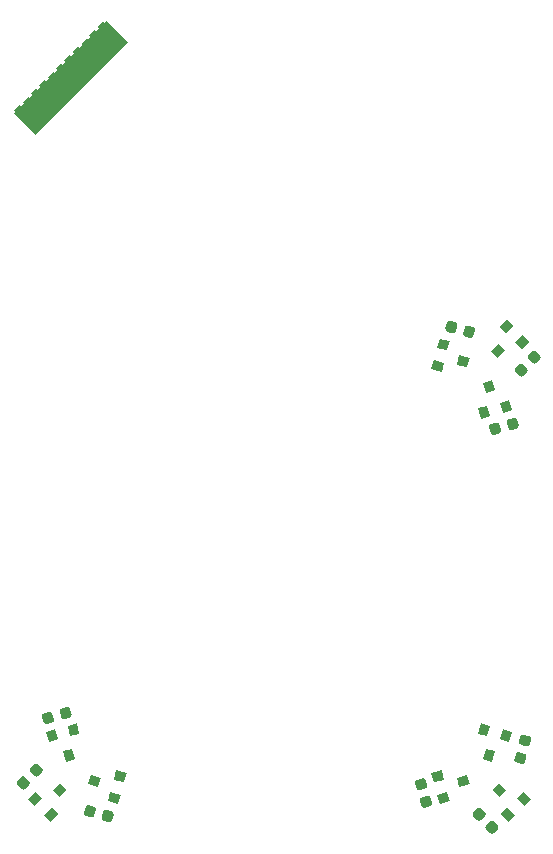
<source format=gbr>
%TF.GenerationSoftware,KiCad,Pcbnew,(5.1.10-1-10_14)*%
%TF.CreationDate,2021-10-31T06:09:43-07:00*%
%TF.ProjectId,o6DOFc_flex_pcb,6f36444f-4663-45f6-966c-65785f706362,rev?*%
%TF.SameCoordinates,Original*%
%TF.FileFunction,Soldermask,Top*%
%TF.FilePolarity,Negative*%
%FSLAX46Y46*%
G04 Gerber Fmt 4.6, Leading zero omitted, Abs format (unit mm)*
G04 Created by KiCad (PCBNEW (5.1.10-1-10_14)) date 2021-10-31 06:09:43*
%MOMM*%
%LPD*%
G01*
G04 APERTURE LIST*
%ADD10C,0.100000*%
G04 APERTURE END LIST*
D10*
%TO.C,U10*%
G36*
X60103805Y-37456981D02*
G01*
X67881980Y-29678806D01*
X69649747Y-31446573D01*
X61871572Y-39224748D01*
X60103805Y-37456981D01*
G37*
X60103805Y-37456981D02*
X67881980Y-29678806D01*
X69649747Y-31446573D01*
X61871572Y-39224748D01*
X60103805Y-37456981D01*
%TD*%
%TO.C,U10*%
G36*
X67676919Y-29721232D02*
G01*
X69253767Y-31298080D01*
X68794147Y-31757700D01*
X67217299Y-30180852D01*
X67676919Y-29721232D01*
G37*
G36*
X66969813Y-30428339D02*
G01*
X68546661Y-32005187D01*
X68087041Y-32464807D01*
X66510193Y-30887959D01*
X66969813Y-30428339D01*
G37*
G36*
X66262706Y-31135446D02*
G01*
X67839554Y-32712294D01*
X67379934Y-33171914D01*
X65803086Y-31595066D01*
X66262706Y-31135446D01*
G37*
G36*
X65555599Y-31842553D02*
G01*
X67132447Y-33419401D01*
X66672827Y-33879021D01*
X65095979Y-32302173D01*
X65555599Y-31842553D01*
G37*
G36*
X64848492Y-32549659D02*
G01*
X66425340Y-34126507D01*
X65965720Y-34586127D01*
X64388872Y-33009279D01*
X64848492Y-32549659D01*
G37*
G36*
X64141386Y-33256766D02*
G01*
X65718234Y-34833614D01*
X65258614Y-35293234D01*
X63681766Y-33716386D01*
X64141386Y-33256766D01*
G37*
G36*
X63434279Y-33963873D02*
G01*
X65011127Y-35540721D01*
X64551507Y-36000341D01*
X62974659Y-34423493D01*
X63434279Y-33963873D01*
G37*
G36*
X62727172Y-34670980D02*
G01*
X64304020Y-36247828D01*
X63844400Y-36707448D01*
X62267552Y-35130600D01*
X62727172Y-34670980D01*
G37*
G36*
X62020065Y-35378086D02*
G01*
X63596913Y-36954934D01*
X63137293Y-37414554D01*
X61560445Y-35837706D01*
X62020065Y-35378086D01*
G37*
G36*
X61312958Y-36085193D02*
G01*
X62889806Y-37662041D01*
X62430186Y-38121661D01*
X60853338Y-36544813D01*
X61312958Y-36085193D01*
G37*
G36*
X60605852Y-36792300D02*
G01*
X62182700Y-38369148D01*
X61723080Y-38828768D01*
X60146232Y-37251920D01*
X60605852Y-36792300D01*
G37*
%TD*%
%TO.C,U9*%
G36*
X67472268Y-93771279D02*
G01*
X67265213Y-94544020D01*
X66395880Y-94311083D01*
X66602935Y-93538342D01*
X67472268Y-93771279D01*
G37*
G36*
X69649998Y-93371288D02*
G01*
X69442943Y-94144029D01*
X68573610Y-93911092D01*
X68780665Y-93138351D01*
X69649998Y-93371288D01*
G37*
G36*
X69158242Y-95206547D02*
G01*
X68951187Y-95979288D01*
X68081854Y-95746351D01*
X68288909Y-94973610D01*
X69158242Y-95206547D01*
G37*
%TD*%
%TO.C,U8*%
G36*
X64255980Y-91534787D02*
G01*
X65028721Y-91327732D01*
X65261658Y-92197065D01*
X64488917Y-92404120D01*
X64255980Y-91534787D01*
G37*
G36*
X62820712Y-89848813D02*
G01*
X63593453Y-89641758D01*
X63826390Y-90511091D01*
X63053649Y-90718146D01*
X62820712Y-89848813D01*
G37*
G36*
X64655971Y-89357057D02*
G01*
X65428712Y-89150002D01*
X65661649Y-90019335D01*
X64888908Y-90226390D01*
X64655971Y-89357057D01*
G37*
%TD*%
%TO.C,U7*%
G36*
X63971752Y-95393934D02*
G01*
X63406066Y-94828248D01*
X64042462Y-94191852D01*
X64608148Y-94757538D01*
X63971752Y-95393934D01*
G37*
G36*
X63229290Y-97479899D02*
G01*
X62663604Y-96914213D01*
X63300000Y-96277817D01*
X63865686Y-96843503D01*
X63229290Y-97479899D01*
G37*
G36*
X61885787Y-96136396D02*
G01*
X61320101Y-95570710D01*
X61956497Y-94934314D01*
X62522183Y-95500000D01*
X61885787Y-96136396D01*
G37*
%TD*%
%TO.C,U6*%
G36*
X100071279Y-91327732D02*
G01*
X100844020Y-91534787D01*
X100611083Y-92404120D01*
X99838342Y-92197065D01*
X100071279Y-91327732D01*
G37*
G36*
X99671288Y-89150002D02*
G01*
X100444029Y-89357057D01*
X100211092Y-90226390D01*
X99438351Y-90019335D01*
X99671288Y-89150002D01*
G37*
G36*
X101506547Y-89641758D02*
G01*
X102279288Y-89848813D01*
X102046351Y-90718146D01*
X101273610Y-90511091D01*
X101506547Y-89641758D01*
G37*
%TD*%
%TO.C,U5*%
G36*
X97834787Y-94544020D02*
G01*
X97627732Y-93771279D01*
X98497065Y-93538342D01*
X98704120Y-94311083D01*
X97834787Y-94544020D01*
G37*
G36*
X96148813Y-95979288D02*
G01*
X95941758Y-95206547D01*
X96811091Y-94973610D01*
X97018146Y-95746351D01*
X96148813Y-95979288D01*
G37*
G36*
X95657057Y-94144029D02*
G01*
X95450002Y-93371288D01*
X96319335Y-93138351D01*
X96526390Y-93911092D01*
X95657057Y-94144029D01*
G37*
%TD*%
%TO.C,U4*%
G36*
X101793934Y-94828248D02*
G01*
X101228248Y-95393934D01*
X100591852Y-94757538D01*
X101157538Y-94191852D01*
X101793934Y-94828248D01*
G37*
G36*
X103879899Y-95570710D02*
G01*
X103314213Y-96136396D01*
X102677817Y-95500000D01*
X103243503Y-94934314D01*
X103879899Y-95570710D01*
G37*
G36*
X102536396Y-96914213D02*
G01*
X101970710Y-97479899D01*
X101334314Y-96843503D01*
X101900000Y-96277817D01*
X102536396Y-96914213D01*
G37*
%TD*%
%TO.C,U3*%
G36*
X97627732Y-58778721D02*
G01*
X97834787Y-58005980D01*
X98704120Y-58238917D01*
X98497065Y-59011658D01*
X97627732Y-58778721D01*
G37*
G36*
X95450002Y-59178712D02*
G01*
X95657057Y-58405971D01*
X96526390Y-58638908D01*
X96319335Y-59411649D01*
X95450002Y-59178712D01*
G37*
G36*
X95941758Y-57343453D02*
G01*
X96148813Y-56570712D01*
X97018146Y-56803649D01*
X96811091Y-57576390D01*
X95941758Y-57343453D01*
G37*
%TD*%
%TO.C,U2*%
G36*
X100844020Y-60965213D02*
G01*
X100071279Y-61172268D01*
X99838342Y-60302935D01*
X100611083Y-60095880D01*
X100844020Y-60965213D01*
G37*
G36*
X102279288Y-62651187D02*
G01*
X101506547Y-62858242D01*
X101273610Y-61988909D01*
X102046351Y-61781854D01*
X102279288Y-62651187D01*
G37*
G36*
X100444029Y-63142943D02*
G01*
X99671288Y-63349998D01*
X99438351Y-62480665D01*
X100211092Y-62273610D01*
X100444029Y-63142943D01*
G37*
%TD*%
%TO.C,U1*%
G36*
X101128248Y-57006066D02*
G01*
X101693934Y-57571752D01*
X101057538Y-58208148D01*
X100491852Y-57642462D01*
X101128248Y-57006066D01*
G37*
G36*
X101870710Y-54920101D02*
G01*
X102436396Y-55485787D01*
X101800000Y-56122183D01*
X101234314Y-55556497D01*
X101870710Y-54920101D01*
G37*
G36*
X103214213Y-56263604D02*
G01*
X103779899Y-56829290D01*
X103143503Y-57465686D01*
X102577817Y-56900000D01*
X103214213Y-56263604D01*
G37*
%TD*%
%TO.C,C9*%
G36*
G01*
X67050778Y-96474402D02*
X66921369Y-96957365D01*
G75*
G02*
X66645802Y-97116464I-217333J58234D01*
G01*
X66211135Y-96999995D01*
G75*
G02*
X66052036Y-96724428I58234J217333D01*
G01*
X66181445Y-96241465D01*
G75*
G02*
X66457012Y-96082366I217333J-58234D01*
G01*
X66891679Y-96198835D01*
G75*
G02*
X67050778Y-96474402I-58234J-217333D01*
G01*
G37*
G36*
G01*
X68547964Y-96875572D02*
X68418555Y-97358535D01*
G75*
G02*
X68142988Y-97517634I-217333J58234D01*
G01*
X67708321Y-97401165D01*
G75*
G02*
X67549222Y-97125598I58234J217333D01*
G01*
X67678631Y-96642635D01*
G75*
G02*
X67954198Y-96483536I217333J-58234D01*
G01*
X68388865Y-96600005D01*
G75*
G02*
X68547964Y-96875572I-58234J-217333D01*
G01*
G37*
%TD*%
%TO.C,C8*%
G36*
G01*
X63372776Y-88343220D02*
X63502185Y-88826183D01*
G75*
G02*
X63343086Y-89101750I-217333J-58234D01*
G01*
X62908419Y-89218219D01*
G75*
G02*
X62632852Y-89059120I-58234J217333D01*
G01*
X62503443Y-88576157D01*
G75*
G02*
X62662542Y-88300590I217333J58234D01*
G01*
X63097209Y-88184121D01*
G75*
G02*
X63372776Y-88343220I58234J-217333D01*
G01*
G37*
G36*
G01*
X64869962Y-87942050D02*
X64999371Y-88425013D01*
G75*
G02*
X64840272Y-88700580I-217333J-58234D01*
G01*
X64405605Y-88817049D01*
G75*
G02*
X64130038Y-88657950I-58234J217333D01*
G01*
X64000629Y-88174987D01*
G75*
G02*
X64159728Y-87899420I217333J58234D01*
G01*
X64594395Y-87782951D01*
G75*
G02*
X64869962Y-87942050I58234J-217333D01*
G01*
G37*
%TD*%
%TO.C,C7*%
G36*
G01*
X61858579Y-93594975D02*
X61505025Y-93241421D01*
G75*
G02*
X61505025Y-92923223I159099J159099D01*
G01*
X61823223Y-92605025D01*
G75*
G02*
X62141421Y-92605025I159099J-159099D01*
G01*
X62494975Y-92958579D01*
G75*
G02*
X62494975Y-93276777I-159099J-159099D01*
G01*
X62176777Y-93594975D01*
G75*
G02*
X61858579Y-93594975I-159099J159099D01*
G01*
G37*
G36*
G01*
X60762563Y-94690991D02*
X60409009Y-94337437D01*
G75*
G02*
X60409009Y-94019239I159099J159099D01*
G01*
X60727207Y-93701041D01*
G75*
G02*
X61045405Y-93701041I159099J-159099D01*
G01*
X61398959Y-94054595D01*
G75*
G02*
X61398959Y-94372793I-159099J-159099D01*
G01*
X61080761Y-94690991D01*
G75*
G02*
X60762563Y-94690991I-159099J159099D01*
G01*
G37*
%TD*%
%TO.C,C6*%
G36*
G01*
X102873817Y-91597815D02*
X103356780Y-91727224D01*
G75*
G02*
X103515879Y-92002791I-58234J-217333D01*
G01*
X103399410Y-92437458D01*
G75*
G02*
X103123843Y-92596557I-217333J58234D01*
G01*
X102640880Y-92467148D01*
G75*
G02*
X102481781Y-92191581I58234J217333D01*
G01*
X102598250Y-91756914D01*
G75*
G02*
X102873817Y-91597815I217333J-58234D01*
G01*
G37*
G36*
G01*
X103274987Y-90100629D02*
X103757950Y-90230038D01*
G75*
G02*
X103917049Y-90505605I-58234J-217333D01*
G01*
X103800580Y-90940272D01*
G75*
G02*
X103525013Y-91099371I-217333J58234D01*
G01*
X103042050Y-90969962D01*
G75*
G02*
X102882951Y-90694395I58234J217333D01*
G01*
X102999420Y-90259728D01*
G75*
G02*
X103274987Y-90100629I217333J-58234D01*
G01*
G37*
%TD*%
%TO.C,C5*%
G36*
G01*
X94642050Y-95430038D02*
X95125013Y-95300629D01*
G75*
G02*
X95400580Y-95459728I58234J-217333D01*
G01*
X95517049Y-95894395D01*
G75*
G02*
X95357950Y-96169962I-217333J-58234D01*
G01*
X94874987Y-96299371D01*
G75*
G02*
X94599420Y-96140272I-58234J217333D01*
G01*
X94482951Y-95705605D01*
G75*
G02*
X94642050Y-95430038I217333J58234D01*
G01*
G37*
G36*
G01*
X94240880Y-93932852D02*
X94723843Y-93803443D01*
G75*
G02*
X94999410Y-93962542I58234J-217333D01*
G01*
X95115879Y-94397209D01*
G75*
G02*
X94956780Y-94672776I-217333J-58234D01*
G01*
X94473817Y-94802185D01*
G75*
G02*
X94198250Y-94643086I-58234J217333D01*
G01*
X94081781Y-94208419D01*
G75*
G02*
X94240880Y-93932852I217333J58234D01*
G01*
G37*
%TD*%
%TO.C,C4*%
G36*
G01*
X99998959Y-96993413D02*
X99645405Y-97346967D01*
G75*
G02*
X99327207Y-97346967I-159099J159099D01*
G01*
X99009009Y-97028769D01*
G75*
G02*
X99009009Y-96710571I159099J159099D01*
G01*
X99362563Y-96357017D01*
G75*
G02*
X99680761Y-96357017I159099J-159099D01*
G01*
X99998959Y-96675215D01*
G75*
G02*
X99998959Y-96993413I-159099J-159099D01*
G01*
G37*
G36*
G01*
X101094975Y-98089429D02*
X100741421Y-98442983D01*
G75*
G02*
X100423223Y-98442983I-159099J159099D01*
G01*
X100105025Y-98124785D01*
G75*
G02*
X100105025Y-97806587I159099J159099D01*
G01*
X100458579Y-97453033D01*
G75*
G02*
X100776777Y-97453033I159099J-159099D01*
G01*
X101094975Y-97771231D01*
G75*
G02*
X101094975Y-98089429I-159099J-159099D01*
G01*
G37*
%TD*%
%TO.C,C3*%
G36*
G01*
X98147815Y-56126183D02*
X98277224Y-55643220D01*
G75*
G02*
X98552791Y-55484121I217333J-58234D01*
G01*
X98987458Y-55600590D01*
G75*
G02*
X99146557Y-55876157I-58234J-217333D01*
G01*
X99017148Y-56359120D01*
G75*
G02*
X98741581Y-56518219I-217333J58234D01*
G01*
X98306914Y-56401750D01*
G75*
G02*
X98147815Y-56126183I58234J217333D01*
G01*
G37*
G36*
G01*
X96650629Y-55725013D02*
X96780038Y-55242050D01*
G75*
G02*
X97055605Y-55082951I217333J-58234D01*
G01*
X97490272Y-55199420D01*
G75*
G02*
X97649371Y-55474987I-58234J-217333D01*
G01*
X97519962Y-55957950D01*
G75*
G02*
X97244395Y-56117049I-217333J58234D01*
G01*
X96809728Y-56000580D01*
G75*
G02*
X96650629Y-55725013I58234J217333D01*
G01*
G37*
%TD*%
%TO.C,C2*%
G36*
G01*
X101978631Y-64157365D02*
X101849222Y-63674402D01*
G75*
G02*
X102008321Y-63398835I217333J58234D01*
G01*
X102442988Y-63282366D01*
G75*
G02*
X102718555Y-63441465I58234J-217333D01*
G01*
X102847964Y-63924428D01*
G75*
G02*
X102688865Y-64199995I-217333J-58234D01*
G01*
X102254198Y-64316464D01*
G75*
G02*
X101978631Y-64157365I-58234J217333D01*
G01*
G37*
G36*
G01*
X100481445Y-64558535D02*
X100352036Y-64075572D01*
G75*
G02*
X100511135Y-63800005I217333J58234D01*
G01*
X100945802Y-63683536D01*
G75*
G02*
X101221369Y-63842635I58234J-217333D01*
G01*
X101350778Y-64325598D01*
G75*
G02*
X101191679Y-64601165I-217333J-58234D01*
G01*
X100757012Y-64717634D01*
G75*
G02*
X100481445Y-64558535I-58234J217333D01*
G01*
G37*
%TD*%
%TO.C,C1*%
G36*
G01*
X103195405Y-58751041D02*
X103548959Y-59104595D01*
G75*
G02*
X103548959Y-59422793I-159099J-159099D01*
G01*
X103230761Y-59740991D01*
G75*
G02*
X102912563Y-59740991I-159099J159099D01*
G01*
X102559009Y-59387437D01*
G75*
G02*
X102559009Y-59069239I159099J159099D01*
G01*
X102877207Y-58751041D01*
G75*
G02*
X103195405Y-58751041I159099J-159099D01*
G01*
G37*
G36*
G01*
X104291421Y-57655025D02*
X104644975Y-58008579D01*
G75*
G02*
X104644975Y-58326777I-159099J-159099D01*
G01*
X104326777Y-58644975D01*
G75*
G02*
X104008579Y-58644975I-159099J159099D01*
G01*
X103655025Y-58291421D01*
G75*
G02*
X103655025Y-57973223I159099J159099D01*
G01*
X103973223Y-57655025D01*
G75*
G02*
X104291421Y-57655025I159099J-159099D01*
G01*
G37*
%TD*%
M02*

</source>
